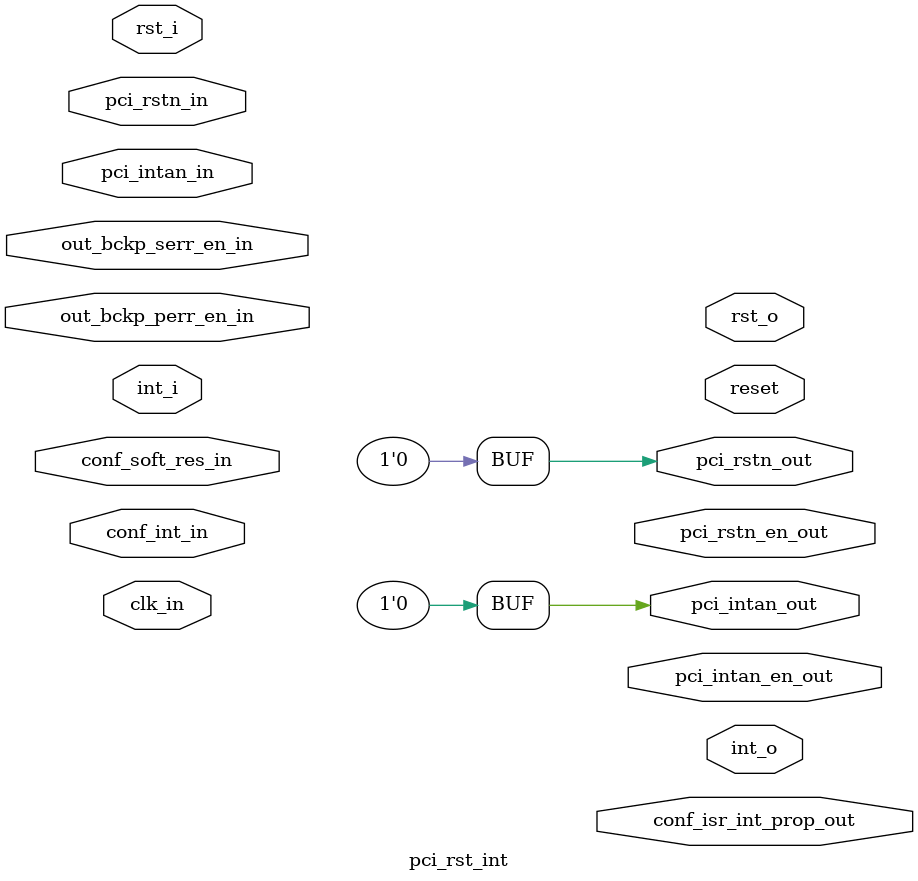
<source format=v>

`include "pci_constants.v"

`include "timescale.v"
// synopsys translate_on

// Module is used to switch appropriate reset and interrupt signals with few logic
module pci_rst_int
(
	clk_in,
	// reset signals
	rst_i,
	pci_rstn_in,
	conf_soft_res_in,
	reset,
	pci_rstn_out,
	pci_rstn_en_out,
	rst_o,
	// interrupt signals
	pci_intan_in,
	conf_int_in,
	int_i,
	out_bckp_perr_en_in,
	out_bckp_serr_en_in,
	pci_intan_out,
	pci_intan_en_out,
	int_o,
	conf_isr_int_prop_out
);

input	clk_in;
// RESET inputs and outputs
input	rst_i;
input	pci_rstn_in;
input	conf_soft_res_in;
output	reset;
output	pci_rstn_out;
output	pci_rstn_en_out;
output	rst_o;

// INTERRUPT inputs and outputs
input	pci_intan_in;
input	conf_int_in;
input	int_i;
input	out_bckp_perr_en_in;
input	out_bckp_serr_en_in;
output	pci_intan_out;
output	pci_intan_en_out;
output	int_o;
output	conf_isr_int_prop_out;

/*--------------------------------------------------------------------------------------------------------
RESET logic
--------------------------------------------------------------------------------------------------------*/
assign pci_rstn_out			= 1'b0 ;
// host implementation of the bridge gets its reset from WISHBONE bus - RST_I and propagates it to PCI bus
`ifdef HOST
  assign reset				= rst_i ;
  `ifdef ACTIVE_LOW_OE
  assign pci_rstn_en_out	= ~(rst_i || conf_soft_res_in) ;
  `else
  assign pci_rstn_en_out        = rst_i || conf_soft_res_in ;
  `endif
  assign rst_o				= 1'b0 ;
`else
// guest implementation of the bridge gets its reset from PCI bus - RST# and propagates it to WISHBONE bus
`ifdef GUEST
  assign reset 				= ~pci_rstn_in ;
  assign rst_o 				= (~pci_rstn_in) || conf_soft_res_in ;
  `ifdef ACTIVE_LOW_OE
  assign pci_rstn_en_out	        = 1'b1 ; // disabled
  `else
  assign pci_rstn_en_out                = 1'b0 ; // disabled
  `endif
`endif
`endif

/*--------------------------------------------------------------------------------------------------------
INTERRUPT logic
--------------------------------------------------------------------------------------------------------*/
assign pci_intan_out = 1'b0 ;
// host implementation of the bridge gets its interrupt from PCI bus - INTA# and propagates it to WISHBONE bus
`ifdef HOST
  assign conf_isr_int_prop_out  = ~pci_intan_in ;
  assign int_o                  = conf_int_in ;
  `ifdef ACTIVE_LOW_OE
  assign pci_intan_en_out       = 1'b1 ; // disabled
  `else
  assign pci_intan_en_out       = 1'b0 ; // disabled
  `endif
`else
// guest implementation of the bridge gets its interrupt from WISHBONE bus - INT_I and propagates it to PCI bus
`ifdef GUEST
    wire interrupt_a_en;
    pci_out_reg inta
    (
        .reset_in     ( reset ),
        .clk_in       ( clk_in) ,
        .dat_en_in    ( 1'b1 ),
        .en_en_in     ( 1'b1 ),
        .dat_in       ( 1'b0 ) , // active low
        .en_in        ( conf_int_in ) ,
        .en_out       ( interrupt_a_en ),
        .dat_out      ( )
    );
  assign conf_isr_int_prop_out = int_i ;
  assign int_o                 = 1'b0 ;
  assign pci_intan_en_out      = interrupt_a_en ;
`endif
`endif


endmodule

</source>
